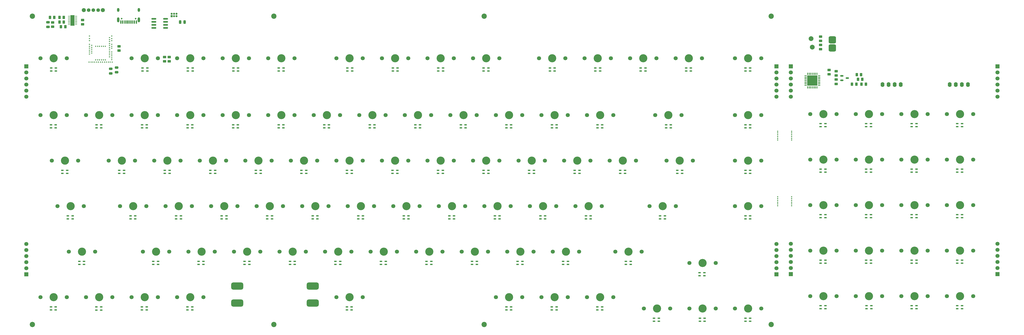
<source format=gbr>
%TF.GenerationSoftware,KiCad,Pcbnew,9.0.3*%
%TF.CreationDate,2026-01-06T15:55:56+03:00*%
%TF.ProjectId,Keyboard,4b657962-6f61-4726-942e-6b696361645f,rev?*%
%TF.SameCoordinates,Original*%
%TF.FileFunction,Soldermask,Top*%
%TF.FilePolarity,Negative*%
%FSLAX46Y46*%
G04 Gerber Fmt 4.6, Leading zero omitted, Abs format (unit mm)*
G04 Created by KiCad (PCBNEW 9.0.3) date 2026-01-06 15:55:56*
%MOMM*%
%LPD*%
G01*
G04 APERTURE LIST*
G04 Aperture macros list*
%AMRoundRect*
0 Rectangle with rounded corners*
0 $1 Rounding radius*
0 $2 $3 $4 $5 $6 $7 $8 $9 X,Y pos of 4 corners*
0 Add a 4 corners polygon primitive as box body*
4,1,4,$2,$3,$4,$5,$6,$7,$8,$9,$2,$3,0*
0 Add four circle primitives for the rounded corners*
1,1,$1+$1,$2,$3*
1,1,$1+$1,$4,$5*
1,1,$1+$1,$6,$7*
1,1,$1+$1,$8,$9*
0 Add four rect primitives between the rounded corners*
20,1,$1+$1,$2,$3,$4,$5,0*
20,1,$1+$1,$4,$5,$6,$7,0*
20,1,$1+$1,$6,$7,$8,$9,0*
20,1,$1+$1,$8,$9,$2,$3,0*%
G04 Aperture macros list end*
%ADD10C,0.500000*%
%ADD11O,1.600000X2.000000*%
%ADD12RoundRect,0.250000X-0.475000X0.250000X-0.475000X-0.250000X0.475000X-0.250000X0.475000X0.250000X0*%
%ADD13RoundRect,0.250000X0.475000X-0.250000X0.475000X0.250000X-0.475000X0.250000X-0.475000X-0.250000X0*%
%ADD14RoundRect,0.250000X-0.250000X-0.475000X0.250000X-0.475000X0.250000X0.475000X-0.250000X0.475000X0*%
%ADD15C,1.700000*%
%ADD16R,1.700000X1.700000*%
%ADD17R,1.000000X0.600000*%
%ADD18RoundRect,0.150000X-0.512500X-0.150000X0.512500X-0.150000X0.512500X0.150000X-0.512500X0.150000X0*%
%ADD19C,2.200000*%
%ADD20C,0.650000*%
%ADD21R,0.600000X1.450000*%
%ADD22R,0.300000X1.450000*%
%ADD23O,1.000000X2.100000*%
%ADD24O,1.000000X1.600000*%
%ADD25C,0.850000*%
%ADD26R,0.850000X0.850000*%
%ADD27RoundRect,0.250000X-0.262500X-0.450000X0.262500X-0.450000X0.262500X0.450000X-0.262500X0.450000X0*%
%ADD28RoundRect,0.250000X0.262500X0.450000X-0.262500X0.450000X-0.262500X-0.450000X0.262500X-0.450000X0*%
%ADD29RoundRect,0.250000X-0.450000X0.262500X-0.450000X-0.262500X0.450000X-0.262500X0.450000X0.262500X0*%
%ADD30RoundRect,0.250000X0.450000X-0.262500X0.450000X0.262500X-0.450000X0.262500X-0.450000X-0.262500X0*%
%ADD31C,3.400000*%
%ADD32C,2.000000*%
%ADD33R,1.750000X4.500001*%
%ADD34R,0.804800X0.249200*%
%ADD35RoundRect,0.150000X-0.825000X-0.150000X0.825000X-0.150000X0.825000X0.150000X-0.825000X0.150000X0*%
%ADD36R,0.400000X0.600000*%
%ADD37R,0.600000X0.400000*%
%ADD38RoundRect,0.775400X-0.775400X-0.775400X0.775400X-0.775400X0.775400X0.775400X-0.775400X0.775400X0*%
%ADD39RoundRect,0.075000X-0.075000X0.437500X-0.075000X-0.437500X0.075000X-0.437500X0.075000X0.437500X0*%
%ADD40RoundRect,0.075000X-0.437500X0.075000X-0.437500X-0.075000X0.437500X-0.075000X0.437500X0.075000X0*%
%ADD41R,4.250000X4.250000*%
%ADD42RoundRect,0.750000X1.750000X0.750000X-1.750000X0.750000X-1.750000X-0.750000X1.750000X-0.750000X0*%
%ADD43C,1.712000*%
%ADD44C,1.512000*%
G04 APERTURE END LIST*
D10*
%TO.C,REF\u002A\u002A*%
X315699999Y-83349997D03*
X315699999Y-80389997D03*
X315699999Y-82609997D03*
X315699999Y-81129997D03*
X315699999Y-81869997D03*
X315699999Y-79649997D03*
%TD*%
%TO.C,REF\u002A\u002A*%
X321549999Y-79649997D03*
X321549999Y-82609997D03*
X321549999Y-80389997D03*
X321549999Y-81869997D03*
X321549999Y-81129997D03*
X321549999Y-83349997D03*
%TD*%
%TO.C,REF\u002A\u002A*%
X315700000Y-55850000D03*
X315700000Y-52890000D03*
X315700000Y-55110000D03*
X315700000Y-53630000D03*
X315700000Y-54370000D03*
X315700000Y-52150000D03*
%TD*%
%TO.C,REF\u002A\u002A*%
X321550000Y-52150000D03*
X321550000Y-55110000D03*
X321550000Y-52890000D03*
X321550000Y-54370000D03*
X321550000Y-53630000D03*
X321550000Y-55850000D03*
%TD*%
D11*
%TO.C,Brd11*%
X392807669Y-32582235D03*
X395347669Y-32582235D03*
X390267669Y-32582235D03*
X387727669Y-32582235D03*
%TD*%
%TO.C,Brd12*%
X359607669Y-32582235D03*
X362147669Y-32582235D03*
X367227669Y-32582235D03*
X364687669Y-32582235D03*
%TD*%
D12*
%TO.C,C1*%
X36750000Y-27950000D03*
X36750000Y-26050000D03*
%TD*%
%TO.C,C2*%
X39250000Y-27450000D03*
X39250000Y-25550000D03*
%TD*%
D13*
%TO.C,C4*%
X10500000Y-6550000D03*
X10500000Y-8450000D03*
%TD*%
D14*
%TO.C,C7*%
X67700000Y-6500000D03*
X65800000Y-6500000D03*
%TD*%
D15*
%TO.C,Conn1*%
X1500000Y-37700000D03*
X1500000Y-35160000D03*
X1500000Y-32620000D03*
X1500000Y-30080000D03*
X1500000Y-27540000D03*
D16*
X1500000Y-25000000D03*
%TD*%
D15*
%TO.C,Conn2*%
X1500000Y-99300000D03*
X1500000Y-101840000D03*
X1500000Y-104380000D03*
X1500000Y-106920000D03*
X1500000Y-109460000D03*
D16*
X1500000Y-112000000D03*
%TD*%
D15*
%TO.C,Conn3*%
X315250000Y-37700000D03*
X315250000Y-35160000D03*
X315250000Y-32620000D03*
X315250000Y-30080000D03*
X315250000Y-27540000D03*
D16*
X315250000Y-25000000D03*
%TD*%
D15*
%TO.C,Conn4*%
X315250000Y-99300000D03*
X315250000Y-101840000D03*
X315250000Y-104380000D03*
X315250000Y-106920000D03*
X315250000Y-109460000D03*
D16*
X315250000Y-112000000D03*
%TD*%
D15*
%TO.C,Conn5*%
X321227669Y-37682235D03*
X321227669Y-35142235D03*
X321227669Y-32602235D03*
X321227669Y-30062235D03*
X321227669Y-27522235D03*
D16*
X321227669Y-24982235D03*
%TD*%
%TO.C,Conn6*%
X321227669Y-111982235D03*
D15*
X321227669Y-109442235D03*
X321227669Y-106902235D03*
X321227669Y-104362235D03*
X321227669Y-101822235D03*
X321227669Y-99282235D03*
%TD*%
D16*
%TO.C,Conn7*%
X407727669Y-24982235D03*
D15*
X407727669Y-27522235D03*
X407727669Y-30062235D03*
X407727669Y-32602235D03*
X407727669Y-35142235D03*
X407727669Y-37682235D03*
%TD*%
D16*
%TO.C,Conn8*%
X407727669Y-111982235D03*
D15*
X407727669Y-109442235D03*
X407727669Y-106902235D03*
X407727669Y-104362235D03*
X407727669Y-101822235D03*
X407727669Y-99282235D03*
%TD*%
D17*
%TO.C,D104*%
X11850000Y-26950000D03*
X11850000Y-25650000D03*
X13850000Y-25650000D03*
X13850000Y-26950000D03*
%TD*%
%TO.C,D105*%
X50050000Y-26950000D03*
X50050000Y-25650000D03*
X52050000Y-25650000D03*
X52050000Y-26950000D03*
%TD*%
%TO.C,D106*%
X69050000Y-26950000D03*
X69050000Y-25650000D03*
X71050000Y-25650000D03*
X71050000Y-26950000D03*
%TD*%
%TO.C,D107*%
X88050000Y-26950000D03*
X88050000Y-25650000D03*
X90050000Y-25650000D03*
X90050000Y-26950000D03*
%TD*%
%TO.C,D108*%
X107050000Y-26950000D03*
X107050000Y-25650000D03*
X109050000Y-25650000D03*
X109050000Y-26950000D03*
%TD*%
%TO.C,D109*%
X135750000Y-26950000D03*
X135750000Y-25650000D03*
X137750000Y-25650000D03*
X137750000Y-26950000D03*
%TD*%
%TO.C,D110*%
X154750000Y-26950000D03*
X154750000Y-25650000D03*
X156750000Y-25650000D03*
X156750000Y-26950000D03*
%TD*%
%TO.C,D111*%
X173750000Y-26950000D03*
X173750000Y-25650000D03*
X175750000Y-25650000D03*
X175750000Y-26950000D03*
%TD*%
%TO.C,D112*%
X192750000Y-26950000D03*
X192750000Y-25650000D03*
X194750000Y-25650000D03*
X194750000Y-26950000D03*
%TD*%
%TO.C,D113*%
X220450000Y-26950000D03*
X220450000Y-25650000D03*
X222450000Y-25650000D03*
X222450000Y-26950000D03*
%TD*%
%TO.C,D114*%
X239450000Y-26950000D03*
X239450000Y-25650000D03*
X241450000Y-25650000D03*
X241450000Y-26950000D03*
%TD*%
%TO.C,D115*%
X258450000Y-26950000D03*
X258450000Y-25650000D03*
X260450000Y-25650000D03*
X260450000Y-26950000D03*
%TD*%
%TO.C,D116*%
X277450000Y-26950000D03*
X277450000Y-25650000D03*
X279450000Y-25650000D03*
X279450000Y-26950000D03*
%TD*%
%TO.C,D117*%
X302250000Y-26950000D03*
X302250000Y-25650000D03*
X304250000Y-25650000D03*
X304250000Y-26950000D03*
%TD*%
%TO.C,D118*%
X11750000Y-50750000D03*
X11750000Y-49450000D03*
X13750000Y-49450000D03*
X13750000Y-50750000D03*
%TD*%
%TO.C,D119*%
X30800000Y-50750000D03*
X30800000Y-49450000D03*
X32800000Y-49450000D03*
X32800000Y-50750000D03*
%TD*%
%TO.C,D120*%
X49850000Y-50750000D03*
X49850000Y-49450000D03*
X51850000Y-49450000D03*
X51850000Y-50750000D03*
%TD*%
%TO.C,D121*%
X68900000Y-50750000D03*
X68900000Y-49450000D03*
X70900000Y-49450000D03*
X70900000Y-50750000D03*
%TD*%
%TO.C,D122*%
X87950000Y-50750000D03*
X87950000Y-49450000D03*
X89950000Y-49450000D03*
X89950000Y-50750000D03*
%TD*%
%TO.C,D123*%
X107000000Y-50750000D03*
X107000000Y-49450000D03*
X109000000Y-49450000D03*
X109000000Y-50750000D03*
%TD*%
%TO.C,D124*%
X126050000Y-50750000D03*
X126050000Y-49450000D03*
X128050000Y-49450000D03*
X128050000Y-50750000D03*
%TD*%
%TO.C,D125*%
X145100000Y-50750000D03*
X145100000Y-49450000D03*
X147100000Y-49450000D03*
X147100000Y-50750000D03*
%TD*%
%TO.C,D126*%
X164150000Y-50750000D03*
X164150000Y-49450000D03*
X166150000Y-49450000D03*
X166150000Y-50750000D03*
%TD*%
%TO.C,D127*%
X183200000Y-50750000D03*
X183200000Y-49450000D03*
X185200000Y-49450000D03*
X185200000Y-50750000D03*
%TD*%
%TO.C,D128*%
X202250000Y-50750000D03*
X202250000Y-49450000D03*
X204250000Y-49450000D03*
X204250000Y-50750000D03*
%TD*%
%TO.C,D129*%
X221300000Y-50750000D03*
X221300000Y-49450000D03*
X223300000Y-49450000D03*
X223300000Y-50750000D03*
%TD*%
%TO.C,D130*%
X240350000Y-50750000D03*
X240350000Y-49450000D03*
X242350000Y-49450000D03*
X242350000Y-50750000D03*
%TD*%
%TO.C,D131*%
X269050000Y-50750000D03*
X269050000Y-49450000D03*
X271050000Y-49450000D03*
X271050000Y-50750000D03*
%TD*%
%TO.C,D132*%
X304250000Y-50750000D03*
X304250000Y-49450000D03*
X302250000Y-49450000D03*
X302250000Y-50750000D03*
%TD*%
%TO.C,D133*%
X16550000Y-69800000D03*
X16550000Y-68500000D03*
X18550000Y-68500000D03*
X18550000Y-69800000D03*
%TD*%
%TO.C,D134*%
X40350000Y-69800000D03*
X40350000Y-68500000D03*
X42350000Y-68500000D03*
X42350000Y-69800000D03*
%TD*%
%TO.C,D135*%
X59400000Y-69800000D03*
X59400000Y-68500000D03*
X61400000Y-68500000D03*
X61400000Y-69800000D03*
%TD*%
%TO.C,D136*%
X78450000Y-69800000D03*
X78450000Y-68500000D03*
X80450000Y-68500000D03*
X80450000Y-69800000D03*
%TD*%
%TO.C,D137*%
X97500000Y-69800000D03*
X97500000Y-68500000D03*
X99500000Y-68500000D03*
X99500000Y-69800000D03*
%TD*%
%TO.C,D138*%
X116550000Y-69800000D03*
X116550000Y-68500000D03*
X118550000Y-68500000D03*
X118550000Y-69800000D03*
%TD*%
%TO.C,D139*%
X135600000Y-69800000D03*
X135600000Y-68500000D03*
X137600000Y-68500000D03*
X137600000Y-69800000D03*
%TD*%
%TO.C,D140*%
X154650000Y-69800000D03*
X154650000Y-68500000D03*
X156650000Y-68500000D03*
X156650000Y-69800000D03*
%TD*%
%TO.C,D141*%
X173700000Y-69800000D03*
X173700000Y-68500000D03*
X175700000Y-68500000D03*
X175700000Y-69800000D03*
%TD*%
%TO.C,D142*%
X192750000Y-69800000D03*
X192750000Y-68500000D03*
X194750000Y-68500000D03*
X194750000Y-69800000D03*
%TD*%
%TO.C,D143*%
X211800000Y-69800000D03*
X211800000Y-68500000D03*
X213800000Y-68500000D03*
X213800000Y-69800000D03*
%TD*%
%TO.C,D144*%
X230850000Y-69800000D03*
X230850000Y-68500000D03*
X232850000Y-68500000D03*
X232850000Y-69800000D03*
%TD*%
%TO.C,D145*%
X249900000Y-69800000D03*
X249900000Y-68500000D03*
X251900000Y-68500000D03*
X251900000Y-69800000D03*
%TD*%
%TO.C,D146*%
X273750000Y-69800000D03*
X273750000Y-68500000D03*
X275750000Y-68500000D03*
X275750000Y-69800000D03*
%TD*%
%TO.C,D147*%
X302250000Y-69800000D03*
X302250000Y-68500000D03*
X304250000Y-68500000D03*
X304250000Y-69800000D03*
%TD*%
%TO.C,D148*%
X18850000Y-88850000D03*
X18850000Y-87550000D03*
X20850000Y-87550000D03*
X20850000Y-88850000D03*
%TD*%
%TO.C,D149*%
X45050000Y-88850000D03*
X45050000Y-87550000D03*
X47050000Y-87550000D03*
X47050000Y-88850000D03*
%TD*%
%TO.C,D150*%
X64150000Y-88850000D03*
X64150000Y-87550000D03*
X66150000Y-87550000D03*
X66150000Y-88850000D03*
%TD*%
%TO.C,D151*%
X83200000Y-88850000D03*
X83200000Y-87550000D03*
X85200000Y-87550000D03*
X85200000Y-88850000D03*
%TD*%
%TO.C,D152*%
X102250000Y-88850000D03*
X102250000Y-87550000D03*
X104250000Y-87550000D03*
X104250000Y-88850000D03*
%TD*%
%TO.C,D153*%
X121250000Y-88850000D03*
X121250000Y-87550000D03*
X123250000Y-87550000D03*
X123250000Y-88850000D03*
%TD*%
%TO.C,D154*%
X140300000Y-88850000D03*
X140300000Y-87550000D03*
X142300000Y-87550000D03*
X142300000Y-88850000D03*
%TD*%
%TO.C,D155*%
X159350000Y-88850000D03*
X159350000Y-87550000D03*
X161350000Y-87550000D03*
X161350000Y-88850000D03*
%TD*%
%TO.C,D156*%
X178400000Y-88850000D03*
X178400000Y-87550000D03*
X180400000Y-87550000D03*
X180400000Y-88850000D03*
%TD*%
%TO.C,D157*%
X197450000Y-88850000D03*
X197450000Y-87550000D03*
X199450000Y-87550000D03*
X199450000Y-88850000D03*
%TD*%
%TO.C,D158*%
X216500000Y-88850000D03*
X216500000Y-87550000D03*
X218500000Y-87550000D03*
X218500000Y-88850000D03*
%TD*%
%TO.C,D159*%
X235550000Y-88850000D03*
X235550000Y-87550000D03*
X237550000Y-87550000D03*
X237550000Y-88850000D03*
%TD*%
%TO.C,D160*%
X266550000Y-88850000D03*
X266550000Y-87550000D03*
X268550000Y-87550000D03*
X268550000Y-88850000D03*
%TD*%
%TO.C,D161*%
X302250000Y-88850000D03*
X302250000Y-87550000D03*
X304250000Y-87550000D03*
X304250000Y-88850000D03*
%TD*%
%TO.C,D162*%
X23600000Y-107900000D03*
X23600000Y-106600000D03*
X25600000Y-106600000D03*
X25600000Y-107900000D03*
%TD*%
%TO.C,D163*%
X54550000Y-107900000D03*
X54550000Y-106600000D03*
X56550000Y-106600000D03*
X56550000Y-107900000D03*
%TD*%
%TO.C,D164*%
X73550000Y-107900000D03*
X73550000Y-106600000D03*
X75550000Y-106600000D03*
X75550000Y-107900000D03*
%TD*%
%TO.C,D165*%
X92750000Y-107900000D03*
X92750000Y-106600000D03*
X94750000Y-106600000D03*
X94750000Y-107900000D03*
%TD*%
%TO.C,D166*%
X111750000Y-107900000D03*
X111750000Y-106600000D03*
X113750000Y-106600000D03*
X113750000Y-107900000D03*
%TD*%
%TO.C,D167*%
X130750000Y-107900000D03*
X130750000Y-106600000D03*
X132750000Y-106600000D03*
X132750000Y-107900000D03*
%TD*%
%TO.C,D168*%
X149800000Y-107900000D03*
X149800000Y-106600000D03*
X151800000Y-106600000D03*
X151800000Y-107900000D03*
%TD*%
%TO.C,D169*%
X168850000Y-107900000D03*
X168850000Y-106600000D03*
X170850000Y-106600000D03*
X170850000Y-107900000D03*
%TD*%
%TO.C,D170*%
X187900000Y-107900000D03*
X187900000Y-106600000D03*
X189900000Y-106600000D03*
X189900000Y-107900000D03*
%TD*%
%TO.C,D171*%
X206950000Y-107900000D03*
X206950000Y-106600000D03*
X208950000Y-106600000D03*
X208950000Y-107900000D03*
%TD*%
%TO.C,D172*%
X226000000Y-107900000D03*
X226000000Y-106600000D03*
X228000000Y-106600000D03*
X228000000Y-107900000D03*
%TD*%
%TO.C,D173*%
X252250000Y-107900000D03*
X252250000Y-106600000D03*
X254250000Y-106600000D03*
X254250000Y-107900000D03*
%TD*%
%TO.C,D174*%
X283100000Y-112650000D03*
X283100000Y-111350000D03*
X285100000Y-111350000D03*
X285100000Y-112650000D03*
%TD*%
%TO.C,D175*%
X11750000Y-126950000D03*
X11750000Y-125650000D03*
X13750000Y-125650000D03*
X13750000Y-126950000D03*
%TD*%
%TO.C,D176*%
X30750000Y-127000000D03*
X30750000Y-125700000D03*
X32750000Y-125700000D03*
X32750000Y-127000000D03*
%TD*%
%TO.C,D177*%
X49800000Y-126950000D03*
X49800000Y-125650000D03*
X51800000Y-125650000D03*
X51800000Y-126950000D03*
%TD*%
%TO.C,D178*%
X68850000Y-126950000D03*
X68850000Y-125650000D03*
X70850000Y-125650000D03*
X70850000Y-126950000D03*
%TD*%
%TO.C,D179*%
X135550000Y-126950000D03*
X135550000Y-125650000D03*
X137550000Y-125650000D03*
X137550000Y-126950000D03*
%TD*%
%TO.C,D180*%
X202250000Y-126950000D03*
X202250000Y-125650000D03*
X204250000Y-125650000D03*
X204250000Y-126950000D03*
%TD*%
%TO.C,D181*%
X221250000Y-126950000D03*
X221250000Y-125650000D03*
X223250000Y-125650000D03*
X223250000Y-126950000D03*
%TD*%
%TO.C,D182*%
X240300000Y-126950000D03*
X240300000Y-125650000D03*
X242300000Y-125650000D03*
X242300000Y-126950000D03*
%TD*%
%TO.C,D183*%
X264050000Y-131700000D03*
X264050000Y-130400000D03*
X266050000Y-130400000D03*
X266050000Y-131700000D03*
%TD*%
%TO.C,D184*%
X283200000Y-131700000D03*
X283200000Y-130400000D03*
X285200000Y-130400000D03*
X285200000Y-131700000D03*
%TD*%
%TO.C,D185*%
X302250000Y-131700000D03*
X302250000Y-130400000D03*
X304250000Y-130400000D03*
X304250000Y-131700000D03*
%TD*%
%TO.C,D186*%
X335722669Y-50259735D03*
X335722669Y-48959735D03*
X333722669Y-48959735D03*
X333722669Y-50259735D03*
%TD*%
%TO.C,D187*%
X352772669Y-50259735D03*
X352772669Y-48959735D03*
X354772669Y-48959735D03*
X354772669Y-50259735D03*
%TD*%
%TO.C,D188*%
X371822669Y-50259735D03*
X371822669Y-48959735D03*
X373822669Y-48959735D03*
X373822669Y-50259735D03*
%TD*%
%TO.C,D189*%
X390872669Y-50259735D03*
X390872669Y-48959735D03*
X392872669Y-48959735D03*
X392872669Y-50259735D03*
%TD*%
%TO.C,D190*%
X333722669Y-69309735D03*
X333722669Y-68009735D03*
X335722669Y-68009735D03*
X335722669Y-69309735D03*
%TD*%
%TO.C,D191*%
X352772669Y-69309735D03*
X352772669Y-68009735D03*
X354772669Y-68009735D03*
X354772669Y-69309735D03*
%TD*%
%TO.C,D192*%
X371822669Y-69309735D03*
X371822669Y-68009735D03*
X373822669Y-68009735D03*
X373822669Y-69309735D03*
%TD*%
%TO.C,D193*%
X390872669Y-69309735D03*
X390872669Y-68009735D03*
X392872669Y-68009735D03*
X392872669Y-69309735D03*
%TD*%
%TO.C,D194*%
X333722669Y-88359735D03*
X333722669Y-87059735D03*
X335722669Y-87059735D03*
X335722669Y-88359735D03*
%TD*%
%TO.C,D195*%
X352772669Y-88359735D03*
X352772669Y-87059735D03*
X354772669Y-87059735D03*
X354772669Y-88359735D03*
%TD*%
%TO.C,D196*%
X371822669Y-88359735D03*
X371822669Y-87059735D03*
X373822669Y-87059735D03*
X373822669Y-88359735D03*
%TD*%
%TO.C,D197*%
X390872669Y-88359735D03*
X390872669Y-87059735D03*
X392872669Y-87059735D03*
X392872669Y-88359735D03*
%TD*%
%TO.C,D198*%
X335722669Y-107409735D03*
X335722669Y-106109735D03*
X333722669Y-106109735D03*
X333722669Y-107409735D03*
%TD*%
%TO.C,D199*%
X352772669Y-107409735D03*
X352772669Y-106109735D03*
X354772669Y-106109735D03*
X354772669Y-107409735D03*
%TD*%
%TO.C,D200*%
X371822669Y-107409735D03*
X371822669Y-106109735D03*
X373822669Y-106109735D03*
X373822669Y-107409735D03*
%TD*%
%TO.C,D201*%
X390872669Y-107409735D03*
X390872669Y-106109735D03*
X392872669Y-106109735D03*
X392872669Y-107409735D03*
%TD*%
%TO.C,D202*%
X335722669Y-126459735D03*
X335722669Y-125159735D03*
X333722669Y-125159735D03*
X333722669Y-126459735D03*
%TD*%
%TO.C,D203*%
X352922669Y-126459735D03*
X352922669Y-125159735D03*
X354922669Y-125159735D03*
X354922669Y-126459735D03*
%TD*%
%TO.C,D204*%
X371822669Y-126459735D03*
X371822669Y-125159735D03*
X373822669Y-125159735D03*
X373822669Y-126459735D03*
%TD*%
%TO.C,D205*%
X390872669Y-126459735D03*
X390872669Y-125159735D03*
X392872669Y-125159735D03*
X392872669Y-126459735D03*
%TD*%
D18*
%TO.C,D206*%
X344865169Y-29932235D03*
X342590169Y-30882235D03*
X342590169Y-28982235D03*
%TD*%
D19*
%TO.C,H11*%
X4000000Y-4000000D03*
%TD*%
%TO.C,H12*%
X4000000Y-133000000D03*
%TD*%
%TO.C,H13*%
X313000000Y-133000000D03*
%TD*%
%TO.C,H14*%
X313000000Y-4000000D03*
%TD*%
%TO.C,H15*%
X193000000Y-133000000D03*
%TD*%
%TO.C,H16*%
X105000000Y-133000000D03*
%TD*%
%TO.C,H17*%
X193000000Y-4000000D03*
%TD*%
%TO.C,H18*%
X105000000Y-4000000D03*
%TD*%
D20*
%TO.C,J1*%
X47140000Y-5000000D03*
X41360000Y-5000000D03*
D21*
X47500000Y-6445000D03*
X46700000Y-6445000D03*
D22*
X45500000Y-6445000D03*
X44500000Y-6445000D03*
X44000000Y-6445000D03*
X43000000Y-6445000D03*
D21*
X41800000Y-6445000D03*
X41000000Y-6445000D03*
X41000000Y-6445000D03*
X41800000Y-6445000D03*
D22*
X42500000Y-6445000D03*
X43500000Y-6445000D03*
X45000000Y-6445000D03*
X46000000Y-6445000D03*
D21*
X46700000Y-6445000D03*
X47500000Y-6445000D03*
D23*
X48570000Y-5530000D03*
D24*
X48570000Y-1350000D03*
D23*
X39930000Y-5530000D03*
D24*
X39930000Y-1350000D03*
%TD*%
D25*
%TO.C,J2*%
X64250000Y-3000000D03*
X64250000Y-4000000D03*
X63250000Y-3000000D03*
X63250000Y-4000000D03*
X62250000Y-3000000D03*
D26*
X62250000Y-4000000D03*
%TD*%
D27*
%TO.C,R3*%
X17162500Y-6500000D03*
X15337500Y-6500000D03*
%TD*%
D28*
%TO.C,R4*%
X15966225Y-8430038D03*
X17791225Y-8430038D03*
%TD*%
D29*
%TO.C,R6*%
X12500000Y-8412500D03*
X12500000Y-6587500D03*
%TD*%
D28*
%TO.C,R7*%
X11337500Y-4500000D03*
X13162500Y-4500000D03*
%TD*%
D30*
%TO.C,R12*%
X59250000Y-21087500D03*
X59250000Y-22912500D03*
%TD*%
%TO.C,R13*%
X61250000Y-21087500D03*
X61250000Y-22912500D03*
%TD*%
%TO.C,R14*%
X337227669Y-26519735D03*
X337227669Y-28344735D03*
%TD*%
D29*
%TO.C,R15*%
X333727669Y-17844735D03*
X333727669Y-16019735D03*
%TD*%
%TO.C,R16*%
X333727669Y-14344735D03*
X333727669Y-12519735D03*
%TD*%
%TO.C,R17*%
X340227669Y-28844735D03*
X340227669Y-27019735D03*
%TD*%
D30*
%TO.C,R18*%
X340227669Y-32344735D03*
X340227669Y-30519735D03*
%TD*%
D27*
%TO.C,R19*%
X17162500Y-4500000D03*
X15337500Y-4500000D03*
%TD*%
D29*
%TO.C,R21*%
X25000000Y-7412500D03*
X25000000Y-5587500D03*
%TD*%
D30*
%TO.C,R22*%
X40250000Y-16587500D03*
X40250000Y-18412500D03*
%TD*%
D28*
%TO.C,R23*%
X350640169Y-28432235D03*
X348815169Y-28432235D03*
%TD*%
%TO.C,R24*%
X346815169Y-32432235D03*
X348640169Y-32432235D03*
%TD*%
%TO.C,R25*%
X351140169Y-30432235D03*
X349315169Y-30432235D03*
%TD*%
D27*
%TO.C,R27*%
X350815169Y-32432235D03*
X352640169Y-32432235D03*
%TD*%
D15*
%TO.C,SW1*%
X7350000Y-21600000D03*
D31*
X12850000Y-21600000D03*
D15*
X18350000Y-21600000D03*
%TD*%
%TO.C,SW2*%
X45450000Y-21600000D03*
D31*
X50950000Y-21600000D03*
D15*
X56450000Y-21600000D03*
%TD*%
%TO.C,SW3*%
X64500000Y-21600000D03*
D31*
X70000000Y-21600000D03*
D15*
X75500000Y-21600000D03*
%TD*%
%TO.C,SW4*%
X83550000Y-21600000D03*
D31*
X89050000Y-21600000D03*
D15*
X94550000Y-21600000D03*
%TD*%
%TO.C,SW5*%
X102600000Y-21600000D03*
D31*
X108100000Y-21600000D03*
D15*
X113600000Y-21600000D03*
%TD*%
%TO.C,SW6*%
X131175000Y-21600000D03*
D31*
X136675000Y-21600000D03*
D15*
X142175000Y-21600000D03*
%TD*%
%TO.C,SW7*%
X150225000Y-21600000D03*
D31*
X155725000Y-21600000D03*
D15*
X161225000Y-21600000D03*
%TD*%
%TO.C,SW8*%
X169275000Y-21600000D03*
D31*
X174775000Y-21600000D03*
D15*
X180275000Y-21600000D03*
%TD*%
%TO.C,SW9*%
X188325000Y-21600000D03*
D31*
X193825000Y-21600000D03*
D15*
X199325000Y-21600000D03*
%TD*%
%TO.C,SW10*%
X215947500Y-21600000D03*
D31*
X221447500Y-21600000D03*
D15*
X226947500Y-21600000D03*
%TD*%
%TO.C,SW11*%
X234997500Y-21600000D03*
D31*
X240497500Y-21600000D03*
D15*
X245997500Y-21600000D03*
%TD*%
%TO.C,SW12*%
X254047500Y-21600000D03*
D31*
X259547500Y-21600000D03*
D15*
X265047500Y-21600000D03*
%TD*%
%TO.C,SW13*%
X273097500Y-21600000D03*
D31*
X278597500Y-21600000D03*
D15*
X284097500Y-21600000D03*
%TD*%
%TO.C,SW14*%
X297862500Y-21600000D03*
D31*
X303362500Y-21600000D03*
D15*
X308862500Y-21600000D03*
%TD*%
%TO.C,SW15*%
X7350000Y-45412500D03*
D31*
X12850000Y-45412500D03*
D15*
X18350000Y-45412500D03*
%TD*%
%TO.C,SW16*%
X26400000Y-45412500D03*
D31*
X31900000Y-45412500D03*
D15*
X37400000Y-45412500D03*
%TD*%
%TO.C,SW17*%
X45450000Y-45412500D03*
D31*
X50950000Y-45412500D03*
D15*
X56450000Y-45412500D03*
%TD*%
%TO.C,SW18*%
X64500000Y-45412500D03*
D31*
X70000000Y-45412500D03*
D15*
X75500000Y-45412500D03*
%TD*%
%TO.C,SW19*%
X83550000Y-45412500D03*
D31*
X89050000Y-45412500D03*
D15*
X94550000Y-45412500D03*
%TD*%
%TO.C,SW20*%
X102600000Y-45412500D03*
D31*
X108100000Y-45412500D03*
D15*
X113600000Y-45412500D03*
%TD*%
%TO.C,SW21*%
X121650000Y-45412500D03*
D31*
X127150000Y-45412500D03*
D15*
X132650000Y-45412500D03*
%TD*%
%TO.C,SW22*%
X140700000Y-45412500D03*
D31*
X146200000Y-45412500D03*
D15*
X151700000Y-45412500D03*
%TD*%
%TO.C,SW23*%
X159750000Y-45412500D03*
D31*
X165250000Y-45412500D03*
D15*
X170750000Y-45412500D03*
%TD*%
%TO.C,SW24*%
X178800000Y-45412500D03*
D31*
X184300000Y-45412500D03*
D15*
X189800000Y-45412500D03*
%TD*%
%TO.C,SW25*%
X197850000Y-45412500D03*
D31*
X203350000Y-45412500D03*
D15*
X208850000Y-45412500D03*
%TD*%
%TO.C,SW26*%
X216900000Y-45412500D03*
D31*
X222400000Y-45412500D03*
D15*
X227900000Y-45412500D03*
%TD*%
%TO.C,SW27*%
X235950000Y-45412500D03*
D31*
X241450000Y-45412500D03*
D15*
X246950000Y-45412500D03*
%TD*%
%TO.C,SW28*%
X264525000Y-45412500D03*
D31*
X270025000Y-45412500D03*
D15*
X275525000Y-45412500D03*
%TD*%
%TO.C,SW29*%
X297862500Y-45412500D03*
D31*
X303362500Y-45412500D03*
D15*
X308862500Y-45412500D03*
%TD*%
%TO.C,SW30*%
X12112500Y-64462500D03*
D31*
X17612500Y-64462500D03*
D15*
X23112500Y-64462500D03*
%TD*%
%TO.C,SW31*%
X35925000Y-64462500D03*
D31*
X41425000Y-64462500D03*
D15*
X46925000Y-64462500D03*
%TD*%
%TO.C,SW32*%
X54975000Y-64462500D03*
D31*
X60475000Y-64462500D03*
D15*
X65975000Y-64462500D03*
%TD*%
%TO.C,SW33*%
X74025000Y-64462500D03*
D31*
X79525000Y-64462500D03*
D15*
X85025000Y-64462500D03*
%TD*%
%TO.C,SW34*%
X93075000Y-64462500D03*
D31*
X98575000Y-64462500D03*
D15*
X104075000Y-64462500D03*
%TD*%
%TO.C,SW35*%
X112125000Y-64462500D03*
D31*
X117625000Y-64462500D03*
D15*
X123125000Y-64462500D03*
%TD*%
%TO.C,SW36*%
X131175000Y-64462500D03*
D31*
X136675000Y-64462500D03*
D15*
X142175000Y-64462500D03*
%TD*%
%TO.C,SW37*%
X150225000Y-64462500D03*
D31*
X155725000Y-64462500D03*
D15*
X161225000Y-64462500D03*
%TD*%
%TO.C,SW38*%
X169275000Y-64462500D03*
D31*
X174775000Y-64462500D03*
D15*
X180275000Y-64462500D03*
%TD*%
%TO.C,SW39*%
X188325000Y-64462500D03*
D31*
X193825000Y-64462500D03*
D15*
X199325000Y-64462500D03*
%TD*%
%TO.C,SW40*%
X207375000Y-64462500D03*
D31*
X212875000Y-64462500D03*
D15*
X218375000Y-64462500D03*
%TD*%
%TO.C,SW41*%
X226425000Y-64462500D03*
D31*
X231925000Y-64462500D03*
D15*
X237425000Y-64462500D03*
%TD*%
%TO.C,SW42*%
X245475000Y-64462500D03*
D31*
X250975000Y-64462500D03*
D15*
X256475000Y-64462500D03*
%TD*%
%TO.C,SW43*%
X269287500Y-64462500D03*
D31*
X274787500Y-64462500D03*
D15*
X280287500Y-64462500D03*
%TD*%
%TO.C,SW44*%
X297862500Y-64462500D03*
D31*
X303362500Y-64462500D03*
D15*
X308862500Y-64462500D03*
%TD*%
%TO.C,SW45*%
X14493750Y-83512500D03*
D31*
X19993750Y-83512500D03*
D15*
X25493750Y-83512500D03*
%TD*%
%TO.C,SW46*%
X40687500Y-83512500D03*
D31*
X46187500Y-83512500D03*
D15*
X51687500Y-83512500D03*
%TD*%
%TO.C,SW47*%
X59737500Y-83512500D03*
D31*
X65237500Y-83512500D03*
D15*
X70737500Y-83512500D03*
%TD*%
%TO.C,SW48*%
X78787500Y-83512500D03*
D31*
X84287500Y-83512500D03*
D15*
X89787500Y-83512500D03*
%TD*%
%TO.C,SW49*%
X97837500Y-83512500D03*
D31*
X103337500Y-83512500D03*
D15*
X108837500Y-83512500D03*
%TD*%
%TO.C,SW50*%
X116887500Y-83512500D03*
D31*
X122387500Y-83512500D03*
D15*
X127887500Y-83512500D03*
%TD*%
%TO.C,SW51*%
X135937500Y-83512500D03*
D31*
X141437500Y-83512500D03*
D15*
X146937500Y-83512500D03*
%TD*%
%TO.C,SW52*%
X154987500Y-83512500D03*
D31*
X160487500Y-83512500D03*
D15*
X165987500Y-83512500D03*
%TD*%
%TO.C,SW53*%
X174037500Y-83512500D03*
D31*
X179537500Y-83512500D03*
D15*
X185037500Y-83512500D03*
%TD*%
%TO.C,SW54*%
X193087500Y-83512500D03*
D31*
X198587500Y-83512500D03*
D15*
X204087500Y-83512500D03*
%TD*%
%TO.C,SW55*%
X212137500Y-83512500D03*
D31*
X217637500Y-83512500D03*
D15*
X223137500Y-83512500D03*
%TD*%
%TO.C,SW56*%
X231187500Y-83512500D03*
D31*
X236687500Y-83512500D03*
D15*
X242187500Y-83512500D03*
%TD*%
%TO.C,SW57*%
X262143750Y-83512500D03*
D31*
X267643750Y-83512500D03*
D15*
X273143750Y-83512500D03*
%TD*%
%TO.C,SW58*%
X297862500Y-83512500D03*
D31*
X303362500Y-83512500D03*
D15*
X308862500Y-83512500D03*
%TD*%
%TO.C,SW59*%
X19256250Y-102562500D03*
D31*
X24756250Y-102562500D03*
D15*
X30256250Y-102562500D03*
%TD*%
%TO.C,SW60*%
X50212500Y-102562500D03*
D31*
X55712500Y-102562500D03*
D15*
X61212500Y-102562500D03*
%TD*%
%TO.C,SW61*%
X69262500Y-102562500D03*
D31*
X74762500Y-102562500D03*
D15*
X80262500Y-102562500D03*
%TD*%
%TO.C,SW62*%
X88312500Y-102562500D03*
D31*
X93812500Y-102562500D03*
D15*
X99312500Y-102562500D03*
%TD*%
%TO.C,SW63*%
X107362500Y-102562500D03*
D31*
X112862500Y-102562500D03*
D15*
X118362500Y-102562500D03*
%TD*%
%TO.C,SW64*%
X126412500Y-102562500D03*
D31*
X131912500Y-102562500D03*
D15*
X137412500Y-102562500D03*
%TD*%
%TO.C,SW65*%
X145462500Y-102562500D03*
D31*
X150962500Y-102562500D03*
D15*
X156462500Y-102562500D03*
%TD*%
%TO.C,SW66*%
X164512500Y-102562500D03*
D31*
X170012500Y-102562500D03*
D15*
X175512500Y-102562500D03*
%TD*%
%TO.C,SW67*%
X183562500Y-102562500D03*
D31*
X189062500Y-102562500D03*
D15*
X194562500Y-102562500D03*
%TD*%
%TO.C,SW68*%
X202612500Y-102562500D03*
D31*
X208112500Y-102562500D03*
D15*
X213612500Y-102562500D03*
%TD*%
%TO.C,SW69*%
X221662500Y-102562500D03*
D31*
X227162500Y-102562500D03*
D15*
X232662500Y-102562500D03*
%TD*%
%TO.C,SW70*%
X247856250Y-102562500D03*
D31*
X253356250Y-102562500D03*
D15*
X258856250Y-102562500D03*
%TD*%
%TO.C,SW71*%
X278812500Y-107325000D03*
D31*
X284312500Y-107325000D03*
D15*
X289812500Y-107325000D03*
%TD*%
%TO.C,SW72*%
X7350000Y-121612500D03*
D31*
X12850000Y-121612500D03*
D15*
X18350000Y-121612500D03*
%TD*%
%TO.C,SW73*%
X26400000Y-121612500D03*
D31*
X31900000Y-121612500D03*
D15*
X37400000Y-121612500D03*
%TD*%
%TO.C,SW74*%
X45450000Y-121612500D03*
D31*
X50950000Y-121612500D03*
D15*
X56450000Y-121612500D03*
%TD*%
%TO.C,SW75*%
X64500000Y-121612500D03*
D31*
X70000000Y-121612500D03*
D15*
X75500000Y-121612500D03*
%TD*%
%TO.C,SW76*%
X131175000Y-121612500D03*
D31*
X136675000Y-121612500D03*
D15*
X142175000Y-121612500D03*
%TD*%
%TO.C,SW77*%
X197850000Y-121612500D03*
D31*
X203350000Y-121612500D03*
D15*
X208850000Y-121612500D03*
%TD*%
%TO.C,SW78*%
X216900000Y-121612500D03*
D31*
X222400000Y-121612500D03*
D15*
X227900000Y-121612500D03*
%TD*%
%TO.C,SW79*%
X235950000Y-121612500D03*
D31*
X241450000Y-121612500D03*
D15*
X246950000Y-121612500D03*
%TD*%
%TO.C,SW80*%
X259762500Y-126375000D03*
D31*
X265262500Y-126375000D03*
D15*
X270762500Y-126375000D03*
%TD*%
%TO.C,SW81*%
X278812500Y-126375000D03*
D31*
X284312500Y-126375000D03*
D15*
X289812500Y-126375000D03*
%TD*%
%TO.C,SW82*%
X297862500Y-126375000D03*
D31*
X303362500Y-126375000D03*
D15*
X308862500Y-126375000D03*
%TD*%
%TO.C,SW83*%
X329372669Y-44959735D03*
D31*
X334872669Y-44959735D03*
D15*
X340372669Y-44959735D03*
%TD*%
%TO.C,SW84*%
X348422669Y-44959735D03*
D31*
X353922669Y-44959735D03*
D15*
X359422669Y-44959735D03*
%TD*%
%TO.C,SW85*%
X367472669Y-44959735D03*
D31*
X372972669Y-44959735D03*
D15*
X378472669Y-44959735D03*
%TD*%
%TO.C,SW86*%
X386522669Y-44959735D03*
D31*
X392022669Y-44959735D03*
D15*
X397522669Y-44959735D03*
%TD*%
%TO.C,SW87*%
X329372669Y-64009735D03*
D31*
X334872669Y-64009735D03*
D15*
X340372669Y-64009735D03*
%TD*%
%TO.C,SW88*%
X348422669Y-64009735D03*
D31*
X353922669Y-64009735D03*
D15*
X359422669Y-64009735D03*
%TD*%
%TO.C,SW89*%
X367472669Y-64009735D03*
D31*
X372972669Y-64009735D03*
D15*
X378472669Y-64009735D03*
%TD*%
%TO.C,SW90*%
X386522669Y-64009735D03*
D31*
X392022669Y-64009735D03*
D15*
X397522669Y-64009735D03*
%TD*%
%TO.C,SW91*%
X329372669Y-83059735D03*
D31*
X334872669Y-83059735D03*
D15*
X340372669Y-83059735D03*
%TD*%
%TO.C,SW92*%
X348422669Y-83059735D03*
D31*
X353922669Y-83059735D03*
D15*
X359422669Y-83059735D03*
%TD*%
%TO.C,SW93*%
X367472669Y-83059735D03*
D31*
X372972669Y-83059735D03*
D15*
X378472669Y-83059735D03*
%TD*%
%TO.C,SW94*%
X386522669Y-83059735D03*
D31*
X392022669Y-83059735D03*
D15*
X397522669Y-83059735D03*
%TD*%
%TO.C,SW95*%
X329372669Y-102109735D03*
D31*
X334872669Y-102109735D03*
D15*
X340372669Y-102109735D03*
%TD*%
%TO.C,SW96*%
X348422669Y-102109735D03*
D31*
X353922669Y-102109735D03*
D15*
X359422669Y-102109735D03*
%TD*%
%TO.C,SW97*%
X378472669Y-102109735D03*
D31*
X372972669Y-102109735D03*
D15*
X367472669Y-102109735D03*
%TD*%
%TO.C,SW98*%
X386522669Y-102109735D03*
D31*
X392022669Y-102109735D03*
D15*
X397522669Y-102109735D03*
%TD*%
%TO.C,SW99*%
X329372669Y-121159735D03*
D31*
X334872669Y-121159735D03*
D15*
X340372669Y-121159735D03*
%TD*%
%TO.C,SW100*%
X348422669Y-121159735D03*
D31*
X353922669Y-121159735D03*
D15*
X359422669Y-121159735D03*
%TD*%
%TO.C,SW101*%
X367472669Y-121159735D03*
D31*
X372972669Y-121159735D03*
D15*
X378472669Y-121159735D03*
%TD*%
%TO.C,SW102*%
X386522669Y-121159735D03*
D31*
X392022669Y-121159735D03*
D15*
X397522669Y-121159735D03*
%TD*%
D32*
%TO.C,TP3*%
X330227669Y-16965985D03*
%TD*%
%TO.C,TP4*%
X329727669Y-13407235D03*
%TD*%
D33*
%TO.C,U1*%
X20797600Y-5749999D03*
D34*
X22250000Y-4000000D03*
X22250000Y-4499999D03*
X22250000Y-5000001D03*
X22250000Y-5499999D03*
X22250000Y-5999999D03*
X22250000Y-6500000D03*
X22250000Y-6999999D03*
X22250000Y-7500001D03*
X19345200Y-7499998D03*
X19345200Y-6999999D03*
X19345200Y-6499997D03*
X19345200Y-5999999D03*
X19345200Y-5499999D03*
X19345200Y-4999998D03*
X19345200Y-4499999D03*
X19345200Y-3999997D03*
%TD*%
D35*
%TO.C,U2*%
X59725000Y-5095000D03*
X59725000Y-6365000D03*
X59725000Y-7635000D03*
X59725000Y-8905000D03*
X54775000Y-8905000D03*
X54775000Y-7635000D03*
X54775000Y-6365000D03*
X54775000Y-5095000D03*
%TD*%
D36*
%TO.C,U3*%
X34515794Y-16609887D03*
X33715794Y-16609887D03*
X32915794Y-16609887D03*
X32115794Y-16609887D03*
X31315794Y-16609887D03*
X30515794Y-16609887D03*
D37*
X37165794Y-12309887D03*
X36265794Y-13009887D03*
X37165794Y-13409887D03*
X36265794Y-13809887D03*
X37165794Y-14209887D03*
X36265794Y-14609887D03*
X36265794Y-15409887D03*
X37165794Y-15809887D03*
X36265794Y-16209887D03*
X37165794Y-16609887D03*
X36265794Y-17009887D03*
X37165794Y-17409887D03*
X36265794Y-17809887D03*
X36265794Y-18609887D03*
X37165794Y-19009887D03*
X36265794Y-19409887D03*
X37165794Y-19809887D03*
X36265794Y-20209887D03*
X37165794Y-20609887D03*
X36265794Y-21009887D03*
X37165794Y-21409887D03*
X37165794Y-22209887D03*
D36*
X37315794Y-23209887D03*
X36515794Y-23209887D03*
X35715794Y-23209887D03*
X34915794Y-23209887D03*
X34515794Y-22309887D03*
X34115794Y-23209887D03*
X33715794Y-22309887D03*
X33315794Y-23209887D03*
X32915794Y-22309887D03*
X32515794Y-23209887D03*
X32115794Y-22309887D03*
X31715794Y-23209887D03*
X31315794Y-22309887D03*
X30915794Y-23209887D03*
X30515794Y-22309887D03*
X30115794Y-23209887D03*
X29315794Y-23209887D03*
X28515794Y-23209887D03*
X27715794Y-23209887D03*
D37*
X27865794Y-19809887D03*
X28765794Y-19409887D03*
X27865794Y-19009887D03*
X28765794Y-18609887D03*
X27865794Y-18209887D03*
X28765794Y-17809887D03*
X27865794Y-17409887D03*
X28765794Y-17009887D03*
X27865794Y-16609887D03*
X28765794Y-16209887D03*
X27865794Y-15809887D03*
X27865794Y-14209887D03*
X27865794Y-13409887D03*
X27865794Y-12309887D03*
%TD*%
D38*
%TO.C,U6*%
X338613169Y-17307235D03*
X338613169Y-13907235D03*
%TD*%
D39*
%TO.C,U7*%
X332177669Y-28094735D03*
X331527669Y-28094735D03*
X330877669Y-28094735D03*
X330227669Y-28094735D03*
X329577669Y-28094735D03*
X328927669Y-28094735D03*
X328277669Y-28094735D03*
D40*
X327390169Y-28982235D03*
X327390169Y-29632235D03*
X327390169Y-30282235D03*
X327390169Y-30932235D03*
X327390169Y-31582235D03*
X327390169Y-32232235D03*
X327390169Y-32882235D03*
D39*
X328277669Y-33769735D03*
X328927669Y-33769735D03*
X329577669Y-33769735D03*
X330227669Y-33769735D03*
X330877669Y-33769735D03*
X331527669Y-33769735D03*
X332177669Y-33769735D03*
D40*
X333065169Y-32882235D03*
X333065169Y-32232235D03*
X333065169Y-31582235D03*
X333065169Y-30932235D03*
X333065169Y-30282235D03*
X333065169Y-29632235D03*
X333065169Y-28982235D03*
D41*
X330227669Y-30932235D03*
%TD*%
D42*
%TO.C,U11*%
X121233110Y-124102344D03*
X121233110Y-116912135D03*
X89693047Y-124102344D03*
X89693047Y-116912135D03*
%TD*%
D43*
%TO.C,U12*%
X33500000Y-1500000D03*
X25500000Y-1500000D03*
D44*
X31500000Y-1500000D03*
X29500000Y-1500000D03*
X27500000Y-1500000D03*
%TD*%
M02*

</source>
